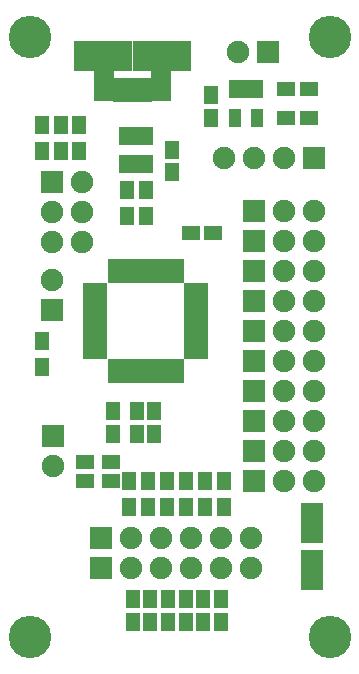
<source format=gbr>
G04 #@! TF.FileFunction,Soldermask,Top*
%FSLAX46Y46*%
G04 Gerber Fmt 4.6, Leading zero omitted, Abs format (unit mm)*
G04 Created by KiCad (PCBNEW 4.0.5) date 10/23/17 11:59:44*
%MOMM*%
%LPD*%
G01*
G04 APERTURE LIST*
%ADD10C,0.100000*%
%ADD11C,3.600000*%
%ADD12R,1.900000X1.900000*%
%ADD13C,1.900000*%
%ADD14R,1.150000X1.600000*%
%ADD15R,1.600000X1.150000*%
%ADD16R,1.900000X3.400000*%
%ADD17R,1.100000X1.500000*%
%ADD18R,0.950000X2.000000*%
%ADD19R,2.000000X0.950000*%
%ADD20R,1.600000X1.300000*%
%ADD21R,1.300000X1.600000*%
%ADD22R,1.000000X1.600000*%
%ADD23O,1.900000X1.900000*%
%ADD24R,0.800000X2.050000*%
%ADD25R,1.800000X2.500000*%
%ADD26R,3.400000X2.600000*%
%ADD27R,1.600000X2.600000*%
G04 APERTURE END LIST*
D10*
D11*
X100000000Y-49200000D03*
D12*
X106050000Y-91660000D03*
D13*
X108590000Y-91660000D03*
X111130000Y-91660000D03*
X113670000Y-91660000D03*
X116210000Y-91660000D03*
X118750000Y-91660000D03*
D11*
X125400000Y-100000000D03*
X125400000Y-49200000D03*
D12*
X119000000Y-63950000D03*
D13*
X121540000Y-63950000D03*
X124080000Y-63950000D03*
D12*
X119000000Y-66490000D03*
D13*
X121540000Y-66490000D03*
X124080000Y-66490000D03*
D12*
X119000000Y-69030000D03*
D13*
X121540000Y-69030000D03*
X124080000Y-69030000D03*
D12*
X119000000Y-71570000D03*
D13*
X121540000Y-71570000D03*
X124080000Y-71570000D03*
D12*
X119000000Y-74110000D03*
D13*
X121540000Y-74110000D03*
X124080000Y-74110000D03*
D12*
X119000000Y-76650000D03*
D13*
X121540000Y-76650000D03*
X124080000Y-76650000D03*
D12*
X119000000Y-79190000D03*
D13*
X121540000Y-79190000D03*
X124080000Y-79190000D03*
D12*
X119000000Y-81730000D03*
D13*
X121540000Y-81730000D03*
X124080000Y-81730000D03*
D12*
X119000000Y-84270000D03*
D13*
X121540000Y-84270000D03*
X124080000Y-84270000D03*
D14*
X109050000Y-80900000D03*
X109050000Y-82800000D03*
D15*
X121700000Y-53650000D03*
X123600000Y-53650000D03*
D14*
X108700000Y-98750000D03*
X108700000Y-96850000D03*
X110200000Y-98750000D03*
X110200000Y-96850000D03*
X111700000Y-98750000D03*
X111700000Y-96850000D03*
X113200000Y-98750000D03*
X113200000Y-96850000D03*
X114700000Y-98750000D03*
X114700000Y-96850000D03*
X116200000Y-98750000D03*
X116200000Y-96850000D03*
X115300000Y-56050000D03*
X115300000Y-54150000D03*
D15*
X121700000Y-56050000D03*
X123600000Y-56050000D03*
D14*
X107000000Y-80900000D03*
X107000000Y-82800000D03*
X110550000Y-80900000D03*
X110550000Y-82800000D03*
D15*
X113650000Y-65850000D03*
X115550000Y-65850000D03*
D16*
X123900000Y-94348980D03*
X123900000Y-90351020D03*
D14*
X112050000Y-58800000D03*
X112050000Y-60700000D03*
D17*
X119250000Y-53650000D03*
X118300000Y-53650000D03*
X117350000Y-53650000D03*
X117350000Y-56050000D03*
X119250000Y-56050000D03*
D18*
X107000000Y-77500000D03*
X107800000Y-77500000D03*
X108600000Y-77500000D03*
X109400000Y-77500000D03*
X110200000Y-77500000D03*
X111000000Y-77500000D03*
X111800000Y-77500000D03*
X112600000Y-77500000D03*
D19*
X114050000Y-76050000D03*
X114050000Y-75250000D03*
X114050000Y-74450000D03*
X114050000Y-73650000D03*
X114050000Y-72850000D03*
X114050000Y-72050000D03*
X114050000Y-71250000D03*
X114050000Y-70450000D03*
D18*
X112600000Y-69000000D03*
X111800000Y-69000000D03*
X111000000Y-69000000D03*
X110200000Y-69000000D03*
X109400000Y-69000000D03*
X108600000Y-69000000D03*
X107800000Y-69000000D03*
X107000000Y-69000000D03*
D19*
X105550000Y-70450000D03*
X105550000Y-71250000D03*
X105550000Y-72050000D03*
X105550000Y-72850000D03*
X105550000Y-73650000D03*
X105550000Y-74450000D03*
X105550000Y-75250000D03*
X105550000Y-76050000D03*
D20*
X106850000Y-86800000D03*
X104650000Y-86800000D03*
X106850000Y-85200000D03*
X104650000Y-85200000D03*
D21*
X101000000Y-74950000D03*
X101000000Y-77150000D03*
X108400000Y-86800000D03*
X108400000Y-89000000D03*
X110000000Y-86800000D03*
X110000000Y-89000000D03*
X111600000Y-86800000D03*
X111600000Y-89000000D03*
X113200000Y-86800000D03*
X113200000Y-89000000D03*
X114800000Y-86800000D03*
X114800000Y-89000000D03*
X116400000Y-86800000D03*
X116400000Y-89000000D03*
X104200000Y-58850000D03*
X104200000Y-56650000D03*
X102600000Y-58850000D03*
X102600000Y-56650000D03*
X101000000Y-58850000D03*
X101000000Y-56650000D03*
X109800000Y-64350000D03*
X109800000Y-62150000D03*
X108200000Y-64350000D03*
X108200000Y-62150000D03*
D22*
X109950000Y-57650000D03*
X109000000Y-57650000D03*
X108050000Y-57650000D03*
X109950000Y-59950000D03*
X109000000Y-59950000D03*
X108050000Y-59950000D03*
D12*
X102000000Y-83000000D03*
D23*
X102000000Y-85540000D03*
D12*
X120200000Y-50500000D03*
D23*
X117660000Y-50500000D03*
D12*
X101850000Y-72300000D03*
D23*
X101850000Y-69760000D03*
D12*
X124100000Y-59500000D03*
D23*
X121560000Y-59500000D03*
X119020000Y-59500000D03*
X116480000Y-59500000D03*
D12*
X119000000Y-86810000D03*
D13*
X121540000Y-86810000D03*
X124080000Y-86810000D03*
D11*
X100000000Y-100000000D03*
D24*
X110000000Y-53700000D03*
X109350000Y-53700000D03*
X108700900Y-53700000D03*
X108050000Y-53700000D03*
X107400000Y-53700000D03*
D25*
X111113000Y-53406500D03*
X106287000Y-53406500D03*
D26*
X111938500Y-50866500D03*
X105461500Y-50866500D03*
D27*
X109525500Y-50866500D03*
X107874500Y-50866500D03*
D12*
X106050000Y-94200000D03*
D13*
X108590000Y-94200000D03*
X111130000Y-94200000D03*
X113670000Y-94200000D03*
X116210000Y-94200000D03*
X118750000Y-94200000D03*
D12*
X101850000Y-61500000D03*
D13*
X104390000Y-61500000D03*
X101850000Y-64040000D03*
X104390000Y-64040000D03*
X101850000Y-66580000D03*
X104390000Y-66580000D03*
M02*

</source>
